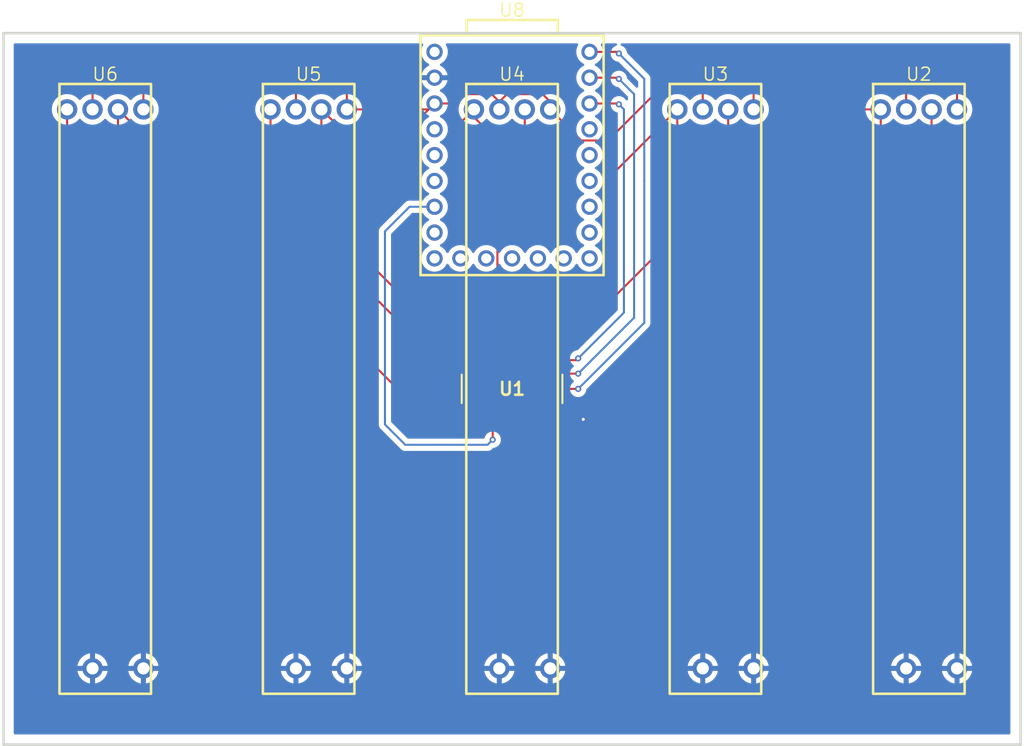
<source format=kicad_pcb>
(kicad_pcb (version 20240108) (generator "pcbnew") (generator_version "8.0")
  (layers (0 "F.Cu" signal "TopLayer") (31 "B.Cu" signal "BottomLayer") (34 "B.Paste" user "BottomPasteMaskLayer") (35 "F.Paste" user "TopPasteMaskLayer") (36 "B.SilkS" user "BottomSilkLayer") (37 "F.SilkS" user "TopSilkLayer") (38 "B.Mask" user "BottomSolderMaskLayer") (39 "F.Mask" user "TopSolderMaskLayer") (44 "Edge.Cuts" user "BoardOutLine"))
  (net 0 "")
  (net 1 "GND")
  (net 2 "VCC")
  (net 3 "Net-(U1-S2)")
  (net 4 "Net-(U1-Y0)")
  (net 5 "Net-(U1-Y4)")
  (net 6 "Net-(U1-Y3)")
  (net 9 "Net-(U1-Y1)")
  (net 10 "Net-(U1-Y2)")
  (net 12 "Net-(U1-S0)")
  (net 14 "Net-(U1-S1)")
  (net 16 "Net-(U1-Z)")
  (footprint "SamacSys_Parts:74HC4051D653" (layer "F.Cu") (at 150 105)
    (property "Reference" "U1" (at 0 0 0) (layer "F.SilkS") (effects (font (size 1.27 1.27) (thickness 0.254))))
    (property "Value" "74HC4051" (hide yes))
    (fp_line (start -4.95 -1.4) (end -4.95 1.4) (stroke (width 0.2)) (layer "F.SilkS"))
    (fp_line (start -4.495 4.1) (end -4.495 4.1) (stroke (width 0.1)) (layer "F.SilkS"))
    (fp_line (start -4.495 4.2) (end -4.495 4.2) (stroke (width 0.1)) (layer "F.SilkS"))
    (fp_line (start 4.95 -1.4) (end 4.95 1.4) (stroke (width 0.2)) (layer "F.SilkS"))
    (fp_arc (start -4.495 4.1) (mid -4.445 4.15) (end -4.495 4.2) (stroke (width 0.1)) (layer "F.SilkS"))
    (fp_arc (start -4.495 4.2) (mid -4.545 4.15) (end -4.495 4.1) (stroke (width 0.1)) (layer "F.SilkS"))
    (pad "1" smd rect (at -4.495 2.825) (size 0.8 1.75) (layers "F.Cu" "F.Paste" "F.Mask") (net 5 "Net-(U1-Y4)"))
    (pad "2" smd rect (at -3.175 2.825) (size 0.7 1.75) (layers "F.Cu" "F.Paste" "F.Mask"))
    (pad "3" smd rect (at -1.905 2.825) (size 0.7 1.75) (layers "F.Cu" "F.Paste" "F.Mask") (net 16 "Net-(U1-Z)"))
    (pad "4" smd rect (at -0.635 2.825) (size 0.7 1.75) (layers "F.Cu" "F.Paste" "F.Mask"))
    (pad "5" smd rect (at 0.635 2.825) (size 0.7 1.75) (layers "F.Cu" "F.Paste" "F.Mask"))
    (pad "6" smd rect (at 1.905 2.825) (size 0.7 1.75) (layers "F.Cu" "F.Paste" "F.Mask"))
    (pad "7" smd rect (at 3.175 2.825) (size 0.7 1.75) (layers "F.Cu" "F.Paste" "F.Mask"))
    (pad "8" smd rect (at 4.495 2.825) (size 0.8 1.75) (layers "F.Cu" "F.Paste" "F.Mask") (net 1 "GND"))
    (pad "9" smd rect (at 4.495 -2.825) (size 0.8 1.75) (layers "F.Cu" "F.Paste" "F.Mask") (net 3 "Net-(U1-S2)"))
    (pad "10" smd rect (at 3.175 -2.825) (size 0.7 1.75) (layers "F.Cu" "F.Paste" "F.Mask") (net 14 "Net-(U1-S1)"))
    (pad "11" smd rect (at 1.905 -2.825) (size 0.7 1.75) (layers "F.Cu" "F.Paste" "F.Mask") (net 12 "Net-(U1-S0)"))
    (pad "12" smd rect (at 0.635 -2.825) (size 0.7 1.75) (layers "F.Cu" "F.Paste" "F.Mask") (net 6 "Net-(U1-Y3)"))
    (pad "13" smd rect (at -0.635 -2.825) (size 0.7 1.75) (layers "F.Cu" "F.Paste" "F.Mask") (net 4 "Net-(U1-Y0)"))
    (pad "14" smd rect (at -1.905 -2.825) (size 0.7 1.75) (layers "F.Cu" "F.Paste" "F.Mask") (net 9 "Net-(U1-Y1)"))
    (pad "15" smd rect (at -3.175 -2.825) (size 0.7 1.75) (layers "F.Cu" "F.Paste" "F.Mask") (net 10 "Net-(U1-Y2)"))
    (pad "16" smd rect (at -4.495 -2.825) (size 0.8 1.75) (layers "F.Cu" "F.Paste" "F.Mask") (net 2 "VCC"))
  )
  (footprint "Babid:PS45M-0MC1BR500K" (layer "F.Cu") (at 190 105)
    (property "Reference" "U2" (at 0 -30.9619 0) (layer "F.SilkS") (effects (font (size 1.27 1.27))))
    (property "Value" "PS45M-0MC1BR500K")
    (fp_rect (start -4.4999 -29.9999) (end 4.5001 30) (stroke (width 0.254)) (fill none) (layer "F.SilkS"))
    (pad "1" thru_hole oval (at -3.7501 -27.4998) (size 2 2) (drill 1.2) (layers "*.Cu" "*.Mask") (net 4 "Net-(U1-Y0)"))
    (pad "2" thru_hole oval (at -1.2499 -27.4998) (size 2 2) (drill 1.2) (layers "*.Cu" "*.Mask") (net 2 "VCC"))
    (pad "3" thru_hole oval (at -1.2499 27.5001) (size 2 2) (drill 1.2) (layers "*.Cu" "*.Mask") (net 1 "GND"))
    (pad "4" thru_hole oval (at 1.2499 -27.4998) (size 2 2) (drill 1.2) (layers "*.Cu" "*.Mask") (net 4 "Net-(U1-Y0)"))
    (pad "5" thru_hole oval (at 3.7501 -27.4998) (size 2 2) (drill 1.2) (layers "*.Cu" "*.Mask") (net 2 "VCC"))
    (pad "6" thru_hole oval (at 3.7501 27.5001) (size 2 2) (drill 1.2) (layers "*.Cu" "*.Mask") (net 1 "GND"))
  )
  (footprint "Babid:TH_RP2040-ZERO" (layer "F.Cu") (at 150 82)
    (property "Reference" "U8" (at 0 -14.257 0) (layer "F.SilkS") (effects (font (size 1.27 1.27))))
    (property "Value" "RP2040-ZERO")
    (fp_line (start -9 -11.795) (end 9 -11.795) (stroke (width 0.254)) (layer "F.SilkS"))
    (fp_line (start -9 11.8049) (end -9 -11.795) (stroke (width 0.254)) (layer "F.SilkS"))
    (fp_line (start -4.4655 -13.295) (end 4.5 -13.295) (stroke (width 0.254)) (layer "F.SilkS"))
    (fp_line (start -4.4655 -11.795) (end -4.4655 -13.295) (stroke (width 0.254)) (layer "F.SilkS"))
    (fp_line (start 4.5 -13.295) (end 4.5 -11.795) (stroke (width 0.254)) (layer "F.SilkS"))
    (fp_line (start 9 -11.795) (end 9 11.8049) (stroke (width 0.254)) (layer "F.SilkS"))
    (fp_line (start 9 11.8049) (end -9 11.8049) (stroke (width 0.254)) (layer "F.SilkS"))
    (pad "1" thru_hole oval (at 7.62 -10.16) (size 1.6 1.6) (drill 1) (layers "*.Cu" "*.Mask") (net 12 "Net-(U1-S0)"))
    (pad "2" thru_hole oval (at 7.62 -7.62) (size 1.6 1.6) (drill 1) (layers "*.Cu" "*.Mask") (net 14 "Net-(U1-S1)"))
    (pad "3" thru_hole oval (at 7.62 -5.08) (size 1.6 1.6) (drill 1) (layers "*.Cu" "*.Mask") (net 3 "Net-(U1-S2)"))
    (pad "4" thru_hole oval (at 7.62 -2.54) (size 1.6 1.6) (drill 1) (layers "*.Cu" "*.Mask"))
    (pad "5" thru_hole oval (at 7.62 0) (size 1.6 1.6) (drill 1) (layers "*.Cu" "*.Mask"))
    (pad "6" thru_hole oval (at 7.62 2.54) (size 1.6 1.6) (drill 1) (layers "*.Cu" "*.Mask"))
    (pad "7" thru_hole oval (at 7.62 5.08) (size 1.6 1.6) (drill 1) (layers "*.Cu" "*.Mask"))
    (pad "8" thru_hole oval (at 7.62 7.62) (size 1.6 1.6) (drill 1) (layers "*.Cu" "*.Mask"))
    (pad "9" thru_hole oval (at 7.62 10.16) (size 1.6 1.6) (drill 1) (layers "*.Cu" "*.Mask"))
    (pad "10" thru_hole oval (at 5.08 10.16) (size 1.6 1.6) (drill 1) (layers "*.Cu" "*.Mask"))
    (pad "11" thru_hole oval (at 2.54 10.16) (size 1.6 1.6) (drill 1) (layers "*.Cu" "*.Mask"))
    (pad "12" thru_hole oval (at 0 10.16) (size 1.6 1.6) (drill 1) (layers "*.Cu" "*.Mask"))
    (pad "13" thru_hole oval (at -2.54 10.16) (size 1.6 1.6) (drill 1) (layers "*.Cu" "*.Mask"))
    (pad "14" thru_hole oval (at -5.08 10.16) (size 1.6 1.6) (drill 1) (layers "*.Cu" "*.Mask"))
    (pad "15" thru_hole oval (at -7.62 10.16) (size 1.6 1.6) (drill 1) (layers "*.Cu" "*.Mask"))
    (pad "16" thru_hole oval (at -7.62 7.62) (size 1.6 1.6) (drill 1) (layers "*.Cu" "*.Mask"))
    (pad "17" thru_hole oval (at -7.62 5.08) (size 1.6 1.6) (drill 1) (layers "*.Cu" "*.Mask") (net 16 "Net-(U1-Z)"))
    (pad "18" thru_hole oval (at -7.62 2.54) (size 1.6 1.6) (drill 1) (layers "*.Cu" "*.Mask"))
    (pad "19" thru_hole oval (at -7.62 0) (size 1.6 1.6) (drill 1) (layers "*.Cu" "*.Mask"))
    (pad "20" thru_hole oval (at -7.62 -2.54) (size 1.6 1.6) (drill 1) (layers "*.Cu" "*.Mask"))
    (pad "21" thru_hole oval (at -7.62 -5.08) (size 1.6 1.6) (drill 1) (layers "*.Cu" "*.Mask") (net 2 "VCC"))
    (pad "22" thru_hole oval (at -7.62 -7.62) (size 1.6 1.6) (drill 1) (layers "*.Cu" "*.Mask") (net 1 "GND"))
    (pad "23" thru_hole oval (at -7.62 -10.16) (size 1.6 1.6) (drill 1) (layers "*.Cu" "*.Mask"))
  )
  (footprint "Babid:PS45M-0MC1BR500K" (layer "F.Cu") (at 170 105)
    (property "Reference" "U3" (at 0 -30.9619 0) (layer "F.SilkS") (effects (font (size 1.27 1.27))))
    (property "Value" "PS45M-0MC1BR500K")
    (fp_rect (start -4.4999 -29.9999) (end 4.5001 30) (stroke (width 0.254)) (fill none) (layer "F.SilkS"))
    (pad "1" thru_hole oval (at -3.7501 -27.4998) (size 2 2) (drill 1.2) (layers "*.Cu" "*.Mask") (net 9 "Net-(U1-Y1)"))
    (pad "2" thru_hole oval (at -1.2499 -27.4998) (size 2 2) (drill 1.2) (layers "*.Cu" "*.Mask") (net 2 "VCC"))
    (pad "3" thru_hole oval (at -1.2499 27.5001) (size 2 2) (drill 1.2) (layers "*.Cu" "*.Mask") (net 1 "GND"))
    (pad "4" thru_hole oval (at 1.2499 -27.4998) (size 2 2) (drill 1.2) (layers "*.Cu" "*.Mask") (net 9 "Net-(U1-Y1)"))
    (pad "5" thru_hole oval (at 3.7501 -27.4998) (size 2 2) (drill 1.2) (layers "*.Cu" "*.Mask") (net 2 "VCC"))
    (pad "6" thru_hole oval (at 3.7501 27.5001) (size 2 2) (drill 1.2) (layers "*.Cu" "*.Mask") (net 1 "GND"))
  )
  (footprint "Babid:PS45M-0MC1BR500K" (layer "F.Cu") (at 130 105)
    (property "Reference" "U5" (at 0 -30.9619 0) (layer "F.SilkS") (effects (font (size 1.27 1.27))))
    (property "Value" "PS45M-0MC1BR500K")
    (fp_rect (start -4.4999 -29.9999) (end 4.5001 30) (stroke (width 0.254)) (fill none) (layer "F.SilkS"))
    (pad "1" thru_hole oval (at -3.7501 -27.4998) (size 2 2) (drill 1.2) (layers "*.Cu" "*.Mask") (net 6 "Net-(U1-Y3)"))
    (pad "2" thru_hole oval (at -1.2499 -27.4998) (size 2 2) (drill 1.2) (layers "*.Cu" "*.Mask") (net 2 "VCC"))
    (pad "3" thru_hole oval (at -1.2499 27.5001) (size 2 2) (drill 1.2) (layers "*.Cu" "*.Mask") (net 1 "GND"))
    (pad "4" thru_hole oval (at 1.2499 -27.4998) (size 2 2) (drill 1.2) (layers "*.Cu" "*.Mask") (net 6 "Net-(U1-Y3)"))
    (pad "5" thru_hole oval (at 3.7501 -27.4998) (size 2 2) (drill 1.2) (layers "*.Cu" "*.Mask") (net 2 "VCC"))
    (pad "6" thru_hole oval (at 3.7501 27.5001) (size 2 2) (drill 1.2) (layers "*.Cu" "*.Mask") (net 1 "GND"))
  )
  (footprint "Babid:PS45M-0MC1BR500K" (layer "F.Cu") (at 150 105)
    (property "Reference" "U4" (at 0 -30.9619 0) (layer "F.SilkS") (effects (font (size 1.27 1.27))))
    (property "Value" "PS45M-0MC1BR500K")
    (fp_rect (start -4.4999 -29.9999) (end 4.5001 30) (stroke (width 0.254)) (fill none) (layer "F.SilkS"))
    (pad "1" thru_hole oval (at -3.7501 -27.4998) (size 2 2) (drill 1.2) (layers "*.Cu" "*.Mask") (net 10 "Net-(U1-Y2)"))
    (pad "2" thru_hole oval (at -1.2499 -27.4998) (size 2 2) (drill 1.2) (layers "*.Cu" "*.Mask") (net 2 "VCC"))
    (pad "3" thru_hole oval (at -1.2499 27.5001) (size 2 2) (drill 1.2) (layers "*.Cu" "*.Mask") (net 1 "GND"))
    (pad "4" thru_hole oval (at 1.2499 -27.4998) (size 2 2) (drill 1.2) (layers "*.Cu" "*.Mask") (net 10 "Net-(U1-Y2)"))
    (pad "5" thru_hole oval (at 3.7501 -27.4998) (size 2 2) (drill 1.2) (layers "*.Cu" "*.Mask") (net 2 "VCC"))
    (pad "6" thru_hole oval (at 3.7501 27.5001) (size 2 2) (drill 1.2) (layers "*.Cu" "*.Mask") (net 1 "GND"))
  )
  (footprint "Babid:PS45M-0MC1BR500K" (layer "F.Cu") (at 110 105)
    (property "Reference" "U6" (at 0 -30.9619 0) (layer "F.SilkS") (effects (font (size 1.27 1.27))))
    (property "Value" "PS45M-0MC1BR500K")
    (fp_rect (start -4.4999 -29.9999) (end 4.5001 30) (stroke (width 0.254)) (fill none) (layer "F.SilkS"))
    (pad "1" thru_hole oval (at -3.7501 -27.4998) (size 2 2) (drill 1.2) (layers "*.Cu" "*.Mask") (net 5 "Net-(U1-Y4)"))
    (pad "2" thru_hole oval (at -1.2499 -27.4998) (size 2 2) (drill 1.2) (layers "*.Cu" "*.Mask") (net 2 "VCC"))
    (pad "3" thru_hole oval (at -1.2499 27.5001) (size 2 2) (drill 1.2) (layers "*.Cu" "*.Mask") (net 1 "GND"))
    (pad "4" thru_hole oval (at 1.2499 -27.4998) (size 2 2) (drill 1.2) (layers "*.Cu" "*.Mask") (net 5 "Net-(U1-Y4)"))
    (pad "5" thru_hole oval (at 3.7501 -27.4998) (size 2 2) (drill 1.2) (layers "*.Cu" "*.Mask") (net 2 "VCC"))
    (pad "6" thru_hole oval (at 3.7501 27.5001) (size 2 2) (drill 1.2) (layers "*.Cu" "*.Mask") (net 1 "GND"))
  )
  (gr_line (start 100 140) (end 100 70.0001) (stroke (width 0.254)) (layer "Edge.Cuts"))
  (gr_line (start 100 70.0001) (end 199.9998 70.0001) (stroke (width 0.254)) (layer "Edge.Cuts"))
  (gr_line (start 199.9998 140) (end 100 140) (stroke (width 0.254)) (layer "Edge.Cuts"))
  (gr_line (start 199.9998 70.0001) (end 199.9998 140) (stroke (width 0.254)) (layer "Edge.Cuts"))
  (segment (start 154.495 107.825) (end 156.825 107.825) (width 0.2) (layer "F.Cu") (net 1))
  (segment (start 156.825 107.825) (end 157 108) (width 0.2) (layer "F.Cu") (net 1))
  (via (at 157 108) (size 0.6) (drill 0.3) (layers "F.Cu" "B.Cu") (net 1))
  (segment (start 142.38 74.38) (end 144.62 74.38) (width 0.2) (layer "B.Cu") (net 1))
  (segment (start 144.62 74.38) (end 145 74) (width 0.2) (layer "B.Cu") (net 1))
  (segment (start 153 76) (end 153.7501 76.7501) (width 0.2) (layer "F.Cu") (net 2))
  (segment (start 133.7501 75.7501) (end 133.7501 77.5002) (width 0.2) (layer "F.Cu") (net 2))
  (segment (start 168.7501 75.7499) (end 169 75.5) (width 0.2) (layer "F.Cu") (net 2))
  (segment (start 174.0002 75.5) (end 188.5002 75.5) (width 0.2) (layer "F.Cu") (net 2))
  (segment (start 148.7501 76.7501) (end 148.7501 77.5002) (width 0.2) (layer "F.Cu") (net 2))
  (segment (start 142.38 76.92) (end 144.08 76.92) (width 0.2) (layer "F.Cu") (net 2))
  (segment (start 193.7501 75.7501) (end 193.5 75.5) (width 0.2) (layer "F.Cu") (net 2))
  (segment (start 148.7501 77.5002) (end 148.7501 76.7499) (width 0.2) (layer "F.Cu") (net 2))
  (segment (start 145.505 102.175) (end 135.5 92.17) (width 0.2) (layer "F.Cu") (net 2))
  (segment (start 148 76) (end 148.7501 76.7501) (width 0.2) (layer "F.Cu") (net 2))
  (segment (start 156.8099 80.56) (end 153.7501 77.5002) (width 0.2) (layer "F.Cu") (net 2))
  (segment (start 193.5 75.5) (end 189 75.5) (width 0.2) (layer "F.Cu") (net 2))
  (segment (start 128.7501 75.7501) (end 129.0002 75.5) (width 0.2) (layer "F.Cu") (net 2))
  (segment (start 114.0002 75.5) (end 128.5 75.5) (width 0.2) (layer "F.Cu") (net 2))
  (segment (start 148.7501 76.7499) (end 149.5 76) (width 0.2) (layer "F.Cu") (net 2))
  (segment (start 188.5002 75.5) (end 188.7501 75.7499) (width 0.2) (layer "F.Cu") (net 2))
  (segment (start 169 75.5) (end 173.5 75.5) (width 0.2) (layer "F.Cu") (net 2))
  (segment (start 108.7501 77.5002) (end 108.7501 75.7499) (width 0.2) (layer "F.Cu") (net 2))
  (segment (start 128.5 75.5) (end 128.7501 75.7501) (width 0.2) (layer "F.Cu") (net 2))
  (segment (start 149.5 76) (end 153 76) (width 0.2) (layer "F.Cu") (net 2))
  (segment (start 173.5 75.5) (end 173.7501 75.7501) (width 0.2) (layer "F.Cu") (net 2))
  (segment (start 113.5 75.5) (end 113.7501 75.7501) (width 0.2) (layer "F.Cu") (net 2))
  (segment (start 193.7501 77.5002) (end 193.7501 75.7501) (width 0.2) (layer "F.Cu") (net 2))
  (segment (start 135.5 92.17) (end 135.5 83.8) (width 0.2) (layer "F.Cu") (net 2))
  (segment (start 133.7501 77.5002) (end 141.7998 77.5002) (width 0.2) (layer "F.Cu") (net 2))
  (segment (start 164.5 75.5) (end 159.44 80.56) (width 0.2) (layer "F.Cu") (net 2))
  (segment (start 188.7501 75.7499) (end 188.7501 77.5002) (width 0.2) (layer "F.Cu") (net 2))
  (segment (start 141.7998 77.5002) (end 142.38 76.92) (width 0.2) (layer "F.Cu") (net 2))
  (segment (start 173.7501 75.7501) (end 174.0002 75.5) (width 0.2) (layer "F.Cu") (net 2))
  (segment (start 133.5 75.5) (end 133.7501 75.7501) (width 0.2) (layer "F.Cu") (net 2))
  (segment (start 173.7501 75.7501) (end 173.7501 77.5002) (width 0.2) (layer "F.Cu") (net 2))
  (segment (start 168.5002 75.5) (end 164.5 75.5) (width 0.2) (layer "F.Cu") (net 2))
  (segment (start 113.7501 75.7501) (end 113.7501 77.5002) (width 0.2) (layer "F.Cu") (net 2))
  (segment (start 168.7501 77.5002) (end 168.7501 75.7499) (width 0.2) (layer "F.Cu") (net 2))
  (segment (start 189 75.5) (end 188.7501 75.7499) (width 0.2) (layer "F.Cu") (net 2))
  (segment (start 128.7501 75.7501) (end 128.7501 77.5002) (width 0.2) (layer "F.Cu") (net 2))
  (segment (start 113.7501 75.7501) (end 114.0002 75.5) (width 0.2) (layer "F.Cu") (net 2))
  (segment (start 145 76) (end 148 76) (width 0.2) (layer "F.Cu") (net 2))
  (segment (start 159.44 80.56) (end 156.8099 80.56) (width 0.2) (layer "F.Cu") (net 2))
  (segment (start 109 75.5) (end 113.5 75.5) (width 0.2) (layer "F.Cu") (net 2))
  (segment (start 108.7501 75.7499) (end 109 75.5) (width 0.2) (layer "F.Cu") (net 2))
  (segment (start 168.7501 75.7499) (end 168.5002 75.5) (width 0.2) (layer "F.Cu") (net 2))
  (segment (start 153.7501 76.7501) (end 153.7501 77.5002) (width 0.2) (layer "F.Cu") (net 2))
  (segment (start 129.0002 75.5) (end 133.5 75.5) (width 0.2) (layer "F.Cu") (net 2))
  (segment (start 144.08 76.92) (end 145 76) (width 0.2) (layer "F.Cu") (net 2))
  (segment (start 135.5 83.8) (end 142.38 76.92) (width 0.2) (layer "F.Cu") (net 2))
  (segment (start 157.62 76.92) (end 160.42 76.92) (width 0.2) (layer "F.Cu") (net 3))
  (segment (start 160.42 76.92) (end 160.5 77) (width 0.2) (layer "F.Cu") (net 3))
  (segment (start 156.325 102.175) (end 154.495 102.175) (width 0.2) (layer "F.Cu") (net 3))
  (segment (start 156.5 102) (end 156.325 102.175) (width 0.2) (layer "F.Cu") (net 3))
  (via (at 156.5 102) (size 0.6) (drill 0.3) (layers "F.Cu" "B.Cu") (net 3))
  (via (at 160.5 77) (size 0.6) (drill 0.3) (layers "F.Cu" "B.Cu") (net 3))
  (segment (start 161 77.5) (end 161 97.5) (width 0.2) (layer "B.Cu") (net 3))
  (segment (start 161 97.5) (end 156.5 102) (width 0.2) (layer "B.Cu") (net 3))
  (segment (start 160.5 77) (end 161 77.5) (width 0.2) (layer "B.Cu") (net 3))
  (segment (start 151 97.5) (end 149.365 99.135) (width 0.2) (layer "F.Cu") (net 4))
  (segment (start 191 79.5) (end 186.5 79.5) (width 0.2) (layer "F.Cu") (net 4))
  (segment (start 186.2499 77.5002) (end 178.4998 77.5002) (width 0.2) (layer "F.Cu") (net 4))
  (segment (start 186.5 79.5) (end 186.2499 79.2499) (width 0.2) (layer "F.Cu") (net 4))
  (segment (start 158.5 97.5) (end 151 97.5) (width 0.2) (layer "F.Cu") (net 4))
  (segment (start 178.4998 77.5002) (end 158.5 97.5) (width 0.2) (layer "F.Cu") (net 4))
  (segment (start 191.2499 77.5002) (end 191.2499 79.2501) (width 0.2) (layer "F.Cu") (net 4))
  (segment (start 191.2499 79.2501) (end 191 79.5) (width 0.2) (layer "F.Cu") (net 4))
  (segment (start 149.365 99.135) (end 149.365 102.175) (width 0.2) (layer "F.Cu") (net 4))
  (segment (start 186.2499 79.2499) (end 186.2499 77.5002) (width 0.2) (layer "F.Cu") (net 4))
  (segment (start 106.2499 77.5002) (end 106.2499 79.2499) (width 0.2) (layer "F.Cu") (net 5))
  (segment (start 106.5 79.5) (end 111 79.5) (width 0.2) (layer "F.Cu") (net 5))
  (segment (start 111 79.5) (end 111.2499 79.2501) (width 0.2) (layer "F.Cu") (net 5))
  (segment (start 111.2499 77.5002) (end 141.5747 107.825) (width 0.2) (layer "F.Cu") (net 5))
  (segment (start 106.2499 79.2499) (end 106.5 79.5) (width 0.2) (layer "F.Cu") (net 5))
  (segment (start 111.2499 79.2501) (end 111.2499 77.5002) (width 0.2) (layer "F.Cu") (net 5))
  (segment (start 141.5747 107.825) (end 145.505 107.825) (width 0.2) (layer "F.Cu") (net 5))
  (segment (start 132.5 92) (end 144.5 104) (width 0.2) (layer "F.Cu") (net 6))
  (segment (start 132.5 78.7503) (end 132.5 92) (width 0.2) (layer "F.Cu") (net 6))
  (segment (start 126.2499 79.2499) (end 126.5 79.5) (width 0.2) (layer "F.Cu") (net 6))
  (segment (start 131.2499 77.5002) (end 132.5 78.7503) (width 0.2) (layer "F.Cu") (net 6))
  (segment (start 144.5 104) (end 150 104) (width 0.2) (layer "F.Cu") (net 6))
  (segment (start 126.5 79.5) (end 131 79.5) (width 0.2) (layer "F.Cu") (net 6))
  (segment (start 131.2499 79.2501) (end 131.2499 77.5002) (width 0.2) (layer "F.Cu") (net 6))
  (segment (start 126.2499 77.5002) (end 126.2499 79.2499) (width 0.2) (layer "F.Cu") (net 6))
  (segment (start 150.635 103.365) (end 150.635 102.175) (width 0.2) (layer "F.Cu") (net 6))
  (segment (start 150 104) (end 150.635 103.365) (width 0.2) (layer "F.Cu") (net 6))
  (segment (start 131 79.5) (end 131.2499 79.2501) (width 0.2) (layer "F.Cu") (net 6))
  (segment (start 158 96.5) (end 150.5 96.5) (width 0.2) (layer "F.Cu") (net 9))
  (segment (start 166.2499 79.2499) (end 166.2499 77.5002) (width 0.2) (layer "F.Cu") (net 9))
  (segment (start 171 79.5) (end 166.5 79.5) (width 0.2) (layer "F.Cu") (net 9))
  (segment (start 160 94.5) (end 158 96.5) (width 0.2) (layer "F.Cu") (net 9))
  (segment (start 166.2499 77.5002) (end 160 83.7501) (width 0.2) (layer "F.Cu") (net 9))
  (segment (start 171.2499 77.5002) (end 171.2499 79.2501) (width 0.2) (layer "F.Cu") (net 9))
  (segment (start 150.5 96.5) (end 148.095 98.905) (width 0.2) (layer "F.Cu") (net 9))
  (segment (start 160 83.7501) (end 160 94.5) (width 0.2) (layer "F.Cu") (net 9))
  (segment (start 148.095 98.905) (end 148.095 102.175) (width 0.2) (layer "F.Cu") (net 9))
  (segment (start 166.5 79.5) (end 166.2499 79.2499) (width 0.2) (layer "F.Cu") (net 9))
  (segment (start 171.2499 79.2501) (end 171 79.5) (width 0.2) (layer "F.Cu") (net 9))
  (segment (start 151.2499 79.2501) (end 151 79.5) (width 0.2) (layer "F.Cu") (net 10))
  (segment (start 145 79.5) (end 145 78.7501) (width 0.2) (layer "F.Cu") (net 10))
  (segment (start 147.5 79.5) (end 146.2499 78.2499) (width 0.2) (layer "F.Cu") (net 10))
  (segment (start 151.2499 77.5002) (end 151.2499 79.2501) (width 0.2) (layer "F.Cu") (net 10))
  (segment (start 146.825 102.175) (end 146.825 96.175) (width 0.2) (layer "F.Cu") (net 10))
  (segment (start 148.56 94.44) (end 148.56 83.06) (width 0.2) (layer "F.Cu") (net 10))
  (segment (start 145 78.7501) (end 146.2499 77.5002) (width 0.2) (layer "F.Cu") (net 10))
  (segment (start 148.56 83.06) (end 145 79.5) (width 0.2) (layer "F.Cu") (net 10))
  (segment (start 146.825 96.175) (end 148.56 94.44) (width 0.2) (layer "F.Cu") (net 10))
  (segment (start 151 79.5) (end 147.5 79.5) (width 0.2) (layer "F.Cu") (net 10))
  (segment (start 146.2499 78.2499) (end 146.2499 77.5002) (width 0.2) (layer "F.Cu") (net 10))
  (segment (start 160.34 71.84) (end 160.5 72) (width 0.2) (layer "F.Cu") (net 12))
  (segment (start 157.62 71.84) (end 160.34 71.84) (width 0.2) (layer "F.Cu") (net 12))
  (segment (start 154.205 105) (end 151.905 102.7) (width 0.2) (layer "F.Cu") (net 12))
  (segment (start 156.5 105) (end 154.205 105) (width 0.2) (layer "F.Cu") (net 12))
  (segment (start 151.905 102.7) (end 151.905 102.175) (width 0.2) (layer "F.Cu") (net 12))
  (via (at 160.5 72) (size 0.6) (drill 0.3) (layers "F.Cu" "B.Cu") (net 12))
  (via (at 156.5 105) (size 0.6) (drill 0.3) (layers "F.Cu" "B.Cu") (net 12))
  (segment (start 163 74.5) (end 163 84.5) (width 0.2) (layer "B.Cu") (net 12))
  (segment (start 160.5 72) (end 163 74.5) (width 0.2) (layer "B.Cu") (net 12))
  (segment (start 163 98.5) (end 156.5 105) (width 0.2) (layer "B.Cu") (net 12))
  (segment (start 163 84.5) (end 163 98.5) (width 0.2) (layer "B.Cu") (net 12))
  (segment (start 157.62 74.38) (end 160.38 74.38) (width 0.2) (layer "F.Cu") (net 14))
  (segment (start 160.38 74.38) (end 160.5 74.5) (width 0.2) (layer "F.Cu") (net 14))
  (segment (start 156.5 103.5) (end 153.975 103.5) (width 0.2) (layer "F.Cu") (net 14))
  (segment (start 153.975 103.5) (end 153.175 102.7) (width 0.2) (layer "F.Cu") (net 14))
  (segment (start 153.175 102.7) (end 153.175 102.175) (width 0.2) (layer "F.Cu") (net 14))
  (via (at 160.5 74.5) (size 0.6) (drill 0.3) (layers "F.Cu" "B.Cu") (net 14))
  (via (at 156.5 103.5) (size 0.6) (drill 0.3) (layers "F.Cu" "B.Cu") (net 14))
  (segment (start 162 98) (end 156.5 103.5) (width 0.2) (layer "B.Cu") (net 14))
  (segment (start 162 76) (end 162 81) (width 0.2) (layer "B.Cu") (net 14))
  (segment (start 160.5 74.5) (end 162 76) (width 0.2) (layer "B.Cu") (net 14))
  (segment (start 162 81) (end 162 98) (width 0.2) (layer "B.Cu") (net 14))
  (segment (start 148.095 107.3) (end 148.095 107.825) (width 0.2) (layer "F.Cu") (net 16))
  (segment (start 148.095 110) (end 148.095 107.825) (width 0.2) (layer "F.Cu") (net 16))
  (via (at 148.095 110) (size 0.6) (drill 0.3) (layers "F.Cu" "B.Cu") (net 16))
  (segment (start 137.5 108.5) (end 137.5 89.5) (width 0.2) (layer "B.Cu") (net 16))
  (segment (start 148.095 110) (end 147.595 110.5) (width 0.2) (layer "B.Cu") (net 16))
  (segment (start 147.595 110.5) (end 139.5 110.5) (width 0.2) (layer "B.Cu") (net 16))
  (segment (start 139.92 87.08) (end 142.38 87.08) (width 0.2) (layer "B.Cu") (net 16))
  (segment (start 137.5 89.5) (end 139.92 87.08) (width 0.2) (layer "B.Cu") (net 16))
  (segment (start 139.5 110.5) (end 137.5 108.5) (width 0.2) (layer "B.Cu") (net 16))
  (zone (net 1) (net_name "GND") (layer "B.Cu") (connect_pads (clearance 0.5)) (min_thickness 0.25) (fill yes (thermal_gap 0.5) (thermal_bridge_width 0.5))
    (polygon (pts (xy 101 71) (xy 101 139) (xy 199 139) (xy 199 71)))
  )
)
</source>
